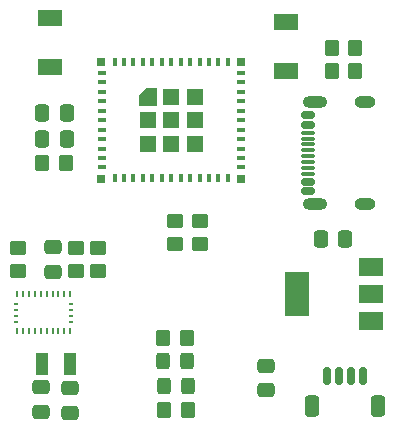
<source format=gtp>
G04 #@! TF.GenerationSoftware,KiCad,Pcbnew,7.0.10*
G04 #@! TF.CreationDate,2024-02-28T00:56:54-06:00*
G04 #@! TF.ProjectId,sensingBoard,73656e73-696e-4674-926f-6172642e6b69,rev?*
G04 #@! TF.SameCoordinates,Original*
G04 #@! TF.FileFunction,Paste,Top*
G04 #@! TF.FilePolarity,Positive*
%FSLAX46Y46*%
G04 Gerber Fmt 4.6, Leading zero omitted, Abs format (unit mm)*
G04 Created by KiCad (PCBNEW 7.0.10) date 2024-02-28 00:56:54*
%MOMM*%
%LPD*%
G01*
G04 APERTURE LIST*
G04 Aperture macros list*
%AMRoundRect*
0 Rectangle with rounded corners*
0 $1 Rounding radius*
0 $2 $3 $4 $5 $6 $7 $8 $9 X,Y pos of 4 corners*
0 Add a 4 corners polygon primitive as box body*
4,1,4,$2,$3,$4,$5,$6,$7,$8,$9,$2,$3,0*
0 Add four circle primitives for the rounded corners*
1,1,$1+$1,$2,$3*
1,1,$1+$1,$4,$5*
1,1,$1+$1,$6,$7*
1,1,$1+$1,$8,$9*
0 Add four rect primitives between the rounded corners*
20,1,$1+$1,$2,$3,$4,$5,0*
20,1,$1+$1,$4,$5,$6,$7,0*
20,1,$1+$1,$6,$7,$8,$9,0*
20,1,$1+$1,$8,$9,$2,$3,0*%
%AMFreePoly0*
4,1,6,0.725000,-0.725000,-0.725000,-0.725000,-0.725000,0.125000,-0.125000,0.725000,0.725000,0.725000,0.725000,-0.725000,0.725000,-0.725000,$1*%
G04 Aperture macros list end*
%ADD10RoundRect,0.250000X0.475000X-0.337500X0.475000X0.337500X-0.475000X0.337500X-0.475000X-0.337500X0*%
%ADD11R,0.250000X0.475000*%
%ADD12R,0.375000X0.250000*%
%ADD13RoundRect,0.250000X-0.350000X-0.450000X0.350000X-0.450000X0.350000X0.450000X-0.350000X0.450000X0*%
%ADD14R,2.000000X1.350000*%
%ADD15RoundRect,0.250000X0.450000X-0.350000X0.450000X0.350000X-0.450000X0.350000X-0.450000X-0.350000X0*%
%ADD16RoundRect,0.250000X-0.325000X-0.450000X0.325000X-0.450000X0.325000X0.450000X-0.325000X0.450000X0*%
%ADD17RoundRect,0.150000X0.150000X0.625000X-0.150000X0.625000X-0.150000X-0.625000X0.150000X-0.625000X0*%
%ADD18RoundRect,0.250000X0.350000X0.650000X-0.350000X0.650000X-0.350000X-0.650000X0.350000X-0.650000X0*%
%ADD19R,2.000000X1.500000*%
%ADD20R,2.000000X3.800000*%
%ADD21R,0.800000X0.400000*%
%ADD22R,0.400000X0.800000*%
%ADD23FreePoly0,0.000000*%
%ADD24R,1.450000X1.450000*%
%ADD25R,0.700000X0.700000*%
%ADD26RoundRect,0.250000X-0.475000X0.337500X-0.475000X-0.337500X0.475000X-0.337500X0.475000X0.337500X0*%
%ADD27RoundRect,0.250000X0.350000X0.450000X-0.350000X0.450000X-0.350000X-0.450000X0.350000X-0.450000X0*%
%ADD28R,1.100000X1.900000*%
%ADD29RoundRect,0.250000X0.337500X0.475000X-0.337500X0.475000X-0.337500X-0.475000X0.337500X-0.475000X0*%
%ADD30RoundRect,0.150000X0.425000X-0.150000X0.425000X0.150000X-0.425000X0.150000X-0.425000X-0.150000X0*%
%ADD31RoundRect,0.075000X0.500000X-0.075000X0.500000X0.075000X-0.500000X0.075000X-0.500000X-0.075000X0*%
%ADD32O,2.100000X1.000000*%
%ADD33O,1.800000X1.000000*%
%ADD34RoundRect,0.250000X-0.450000X0.350000X-0.450000X-0.350000X0.450000X-0.350000X0.450000X0.350000X0*%
G04 APERTURE END LIST*
D10*
X58000000Y-85775000D03*
X58000000Y-83700000D03*
D11*
X60450000Y-78962500D03*
D12*
X60512500Y-78150000D03*
X60512500Y-77650000D03*
X60512500Y-77150000D03*
X60512500Y-76650000D03*
D11*
X60450000Y-75837500D03*
X59950000Y-75837500D03*
X59450000Y-75837500D03*
X58950000Y-75837500D03*
X58450000Y-75837500D03*
X57950000Y-75837500D03*
X57450000Y-75837500D03*
X56950000Y-75837500D03*
X56450000Y-75837500D03*
X55950000Y-75837500D03*
D12*
X55887500Y-76650000D03*
X55887500Y-77150000D03*
X55887500Y-77650000D03*
X55887500Y-78150000D03*
D11*
X55950000Y-78962500D03*
X56450000Y-78962500D03*
X56950000Y-78962500D03*
X57450000Y-78962500D03*
X57950000Y-78962500D03*
X58450000Y-78962500D03*
X58950000Y-78962500D03*
X59450000Y-78962500D03*
X59950000Y-78962500D03*
D13*
X68300000Y-79500000D03*
X70300000Y-79500000D03*
D14*
X58700000Y-52450000D03*
X58700000Y-56600000D03*
D15*
X71400000Y-71600000D03*
X71400000Y-69600000D03*
D16*
X68325000Y-81500000D03*
X70375000Y-81500000D03*
D17*
X85200000Y-82800000D03*
X84200000Y-82800000D03*
X83200000Y-82800000D03*
X82200000Y-82800000D03*
D18*
X86500000Y-85325000D03*
X80900000Y-85325000D03*
D10*
X60400000Y-85875000D03*
X60400000Y-83800000D03*
D16*
X68350000Y-83600000D03*
X70400000Y-83600000D03*
D13*
X68400000Y-85600000D03*
X70400000Y-85600000D03*
D19*
X85950000Y-78100000D03*
X85950000Y-75800000D03*
D20*
X79650000Y-75800000D03*
D19*
X85950000Y-73500000D03*
D21*
X63100000Y-57100000D03*
X63100000Y-57900000D03*
X63100000Y-58700000D03*
X63100000Y-59500000D03*
X63100000Y-60300000D03*
X63100000Y-61100000D03*
X63100000Y-61900000D03*
X63100000Y-62700000D03*
X63100000Y-63500000D03*
X63100000Y-64300000D03*
X63100000Y-65100000D03*
D22*
X64200000Y-66000000D03*
X65000000Y-66000000D03*
X65800000Y-66000000D03*
X66600000Y-66000000D03*
X67400000Y-66000000D03*
X68200000Y-66000000D03*
X69000000Y-66000000D03*
X69800000Y-66000000D03*
X70600000Y-66000000D03*
X71400000Y-66000000D03*
X72200000Y-66000000D03*
X73000000Y-66000000D03*
X73800000Y-66000000D03*
D21*
X74900000Y-65100000D03*
X74900000Y-64300000D03*
X74900000Y-63500000D03*
X74900000Y-62700000D03*
X74900000Y-61900000D03*
X74900000Y-61100000D03*
X74900000Y-60300000D03*
X74900000Y-59500000D03*
X74900000Y-58700000D03*
X74900000Y-57900000D03*
X74900000Y-57100000D03*
D22*
X73800000Y-56200000D03*
X73000000Y-56200000D03*
X72200000Y-56200000D03*
X71400000Y-56200000D03*
X70600000Y-56200000D03*
X69800000Y-56200000D03*
X69000000Y-56200000D03*
X68200000Y-56200000D03*
X67400000Y-56200000D03*
X66600000Y-56200000D03*
X65800000Y-56200000D03*
X65000000Y-56200000D03*
X64200000Y-56200000D03*
D23*
X67025000Y-59125000D03*
D24*
X67025000Y-61100000D03*
X67025000Y-63075000D03*
X69000000Y-59125000D03*
X69000000Y-61100000D03*
X69000000Y-63075000D03*
X70975000Y-59125000D03*
X70975000Y-61100000D03*
X70975000Y-63075000D03*
D25*
X74950000Y-56150000D03*
X74950000Y-66050000D03*
X63050000Y-66050000D03*
X63050000Y-56150000D03*
D26*
X58955750Y-71862500D03*
X58955750Y-73937500D03*
D27*
X84600000Y-55000000D03*
X82600000Y-55000000D03*
D28*
X58055750Y-81700000D03*
X60455750Y-81700000D03*
D29*
X60137500Y-62700000D03*
X58062500Y-62700000D03*
D10*
X77000000Y-83975000D03*
X77000000Y-81900000D03*
D14*
X78700000Y-56950000D03*
X78700000Y-52800000D03*
D29*
X60175000Y-60500000D03*
X58100000Y-60500000D03*
D27*
X84600000Y-56900000D03*
X82600000Y-56900000D03*
D13*
X58100000Y-64700000D03*
X60100000Y-64700000D03*
D15*
X56000000Y-73900000D03*
X56000000Y-71900000D03*
D30*
X80620000Y-67100000D03*
X80620000Y-66300000D03*
D31*
X80620000Y-65150000D03*
X80620000Y-64150000D03*
X80620000Y-63650000D03*
X80620000Y-62650000D03*
D30*
X80620000Y-61500000D03*
X80620000Y-60700000D03*
X80620000Y-60700000D03*
X80620000Y-61500000D03*
D31*
X80620000Y-62150000D03*
X80620000Y-63150000D03*
X80620000Y-64650000D03*
X80620000Y-65650000D03*
D30*
X80620000Y-66300000D03*
X80620000Y-67100000D03*
D32*
X81195000Y-68220000D03*
D33*
X85375000Y-68220000D03*
D32*
X81195000Y-59580000D03*
D33*
X85375000Y-59580000D03*
D15*
X60900000Y-73900000D03*
X60900000Y-71900000D03*
X62800000Y-73900000D03*
X62800000Y-71900000D03*
D29*
X83737500Y-71200000D03*
X81662500Y-71200000D03*
D34*
X69300000Y-69600000D03*
X69300000Y-71600000D03*
M02*

</source>
